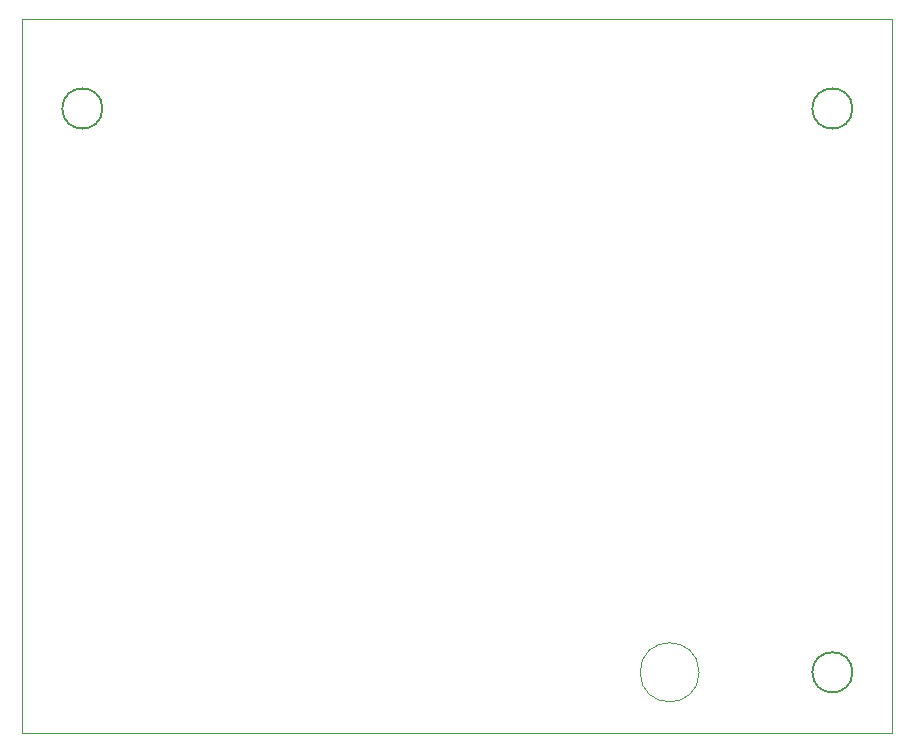
<source format=gbr>
%TF.GenerationSoftware,KiCad,Pcbnew,7.0.6*%
%TF.CreationDate,2023-09-19T17:21:49+08:00*%
%TF.ProjectId,ControlPanel_RF_Breakout,436f6e74-726f-46c5-9061-6e656c5f5246,0*%
%TF.SameCoordinates,Original*%
%TF.FileFunction,Profile,NP*%
%FSLAX46Y46*%
G04 Gerber Fmt 4.6, Leading zero omitted, Abs format (unit mm)*
G04 Created by KiCad (PCBNEW 7.0.6) date 2023-09-19 17:21:49*
%MOMM*%
%LPD*%
G01*
G04 APERTURE LIST*
%TA.AperFunction,Profile*%
%ADD10C,0.150000*%
%TD*%
%TA.AperFunction,Profile*%
%ADD11C,0.100000*%
%TD*%
G04 APERTURE END LIST*
D10*
X61644000Y-7366000D02*
G75*
G03*
X61644000Y-7366000I-1700000J0D01*
G01*
X61644000Y-55100400D02*
G75*
G03*
X61644000Y-55100400I-1700000J0D01*
G01*
X-1856000Y-7366000D02*
G75*
G03*
X-1856000Y-7366000I-1700000J0D01*
G01*
D11*
X48661600Y-55100400D02*
G75*
G03*
X48661600Y-55100400I-2500000J0D01*
G01*
X65024000Y254000D02*
X-8636000Y254000D01*
X-8636000Y-60198000D01*
X65024000Y-60198000D01*
X65024000Y254000D01*
M02*

</source>
